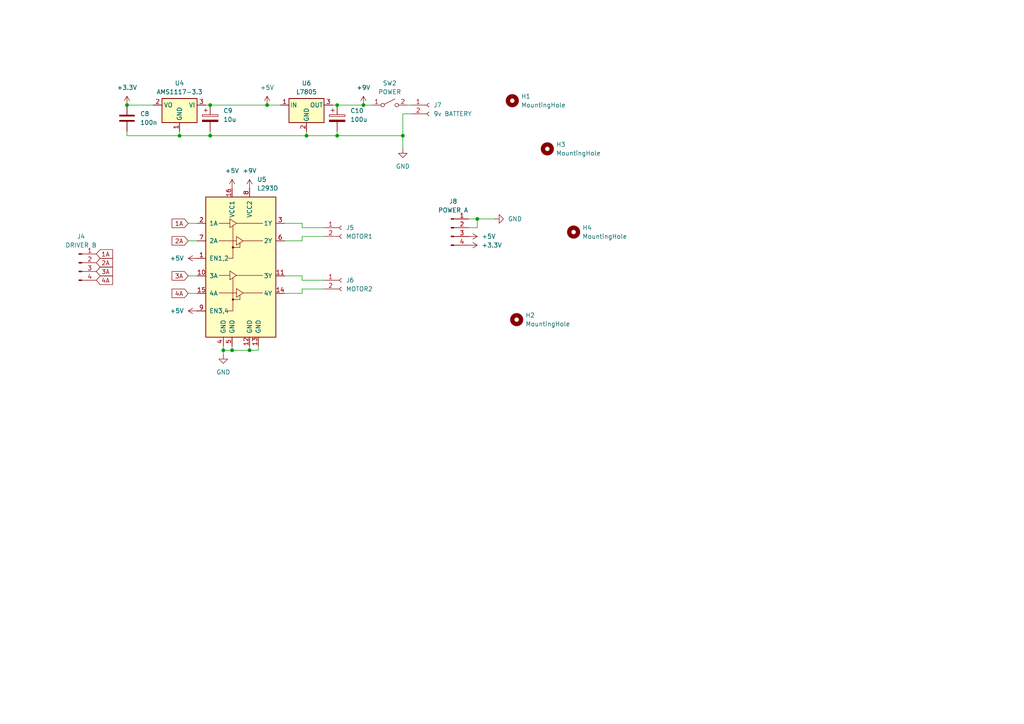
<source format=kicad_sch>
(kicad_sch (version 20231120) (generator "eeschema") (generator_version "8.0")
  (paper "A4")
  (lib_symbols
    (symbol "Connector:Conn_01x02_Socket" (pin_names (offset 1.016) hide)
      (property "Reference" "J" (at 0 2.54 0))
      (property "Value" "Conn_01x02_Socket" (at 0 -5.08 0))
      (symbol "Conn_01x02_Socket_1_1"
        (arc (start 0 -2.032) (mid -0.5058 -2.54) (end 0 -3.048) (stroke (width 0.1524)))
        (polyline (pts (xy -1.27 -2.54) (xy -0.508 -2.54)) (stroke (width 0.1524)))
        (polyline (pts (xy -1.27 0) (xy -0.508 0)) (stroke (width 0.1524)))
        (arc (start 0 0.508) (mid -0.5058 0) (end 0 -0.508) (stroke (width 0.1524)))
        (pin passive line (at -5.08 0 0) (length 3.81) (name "Pin_1") (number "1"))
        (pin passive line (at -5.08 -2.54 0) (length 3.81) (name "Pin_2") (number "2"))
      )
    )
    (symbol "Connector:Conn_01x04_Pin" (pin_names (offset 1.016) hide)
      (property "Reference" "J" (at 0 5.08 0))
      (property "Value" "Conn_01x04_Pin" (at 0 -7.62 0))
      (symbol "Conn_01x04_Pin_1_1"
        (polyline (pts (xy 1.27 -5.08) (xy 0.8636 -5.08)) (stroke (width 0.1524)))
        (polyline (pts (xy 1.27 -2.54) (xy 0.8636 -2.54)) (stroke (width 0.1524)))
        (polyline (pts (xy 1.27 0) (xy 0.8636 0)) (stroke (width 0.1524)))
        (polyline (pts (xy 1.27 2.54) (xy 0.8636 2.54)) (stroke (width 0.1524)))
        (rectangle (start 0.8636 -4.953) (end 0 -5.207) (stroke (width 0.1524)) (fill (type outline)))
        (rectangle (start 0.8636 -2.413) (end 0 -2.667) (stroke (width 0.1524)) (fill (type outline)))
        (rectangle (start 0.8636 0.127) (end 0 -0.127) (stroke (width 0.1524)) (fill (type outline)))
        (rectangle (start 0.8636 2.667) (end 0 2.413) (stroke (width 0.1524)) (fill (type outline)))
        (pin passive line (at 5.08 2.54 180) (length 3.81) (name "Pin_1") (number "1"))
        (pin passive line (at 5.08 0 180) (length 3.81) (name "Pin_2") (number "2"))
        (pin passive line (at 5.08 -2.54 180) (length 3.81) (name "Pin_3") (number "3"))
        (pin passive line (at 5.08 -5.08 180) (length 3.81) (name "Pin_4") (number "4"))
      )
    )
    (symbol "Device:C" (pin_numbers hide) (pin_names (offset 0.254))
      (property "Reference" "C" (at 0.635 2.54 0))
      (property "Value" "C" (at 0.635 -2.54 0))
      (symbol "C_0_1"
        (polyline (pts (xy -2.032 -0.762) (xy 2.032 -0.762)) (stroke (width 0.508)))
        (polyline (pts (xy -2.032 0.762) (xy 2.032 0.762)) (stroke (width 0.508)))
      )
      (symbol "C_1_1"
        (pin passive line (at 0 3.81 270) (length 2.794) (name "~") (number "1"))
        (pin passive line (at 0 -3.81 90) (length 2.794) (name "~") (number "2"))
      )
    )
    (symbol "Device:C_Polarized" (pin_numbers hide) (pin_names (offset 0.254))
      (property "Reference" "C" (at 0.635 2.54 0))
      (property "Value" "C_Polarized" (at 0.635 -2.54 0))
      (symbol "C_Polarized_0_1"
        (rectangle (start -2.286 0.508) (end 2.286 1.016))
        (polyline (pts (xy -1.778 2.286) (xy -0.762 2.286)))
        (polyline (pts (xy -1.27 2.794) (xy -1.27 1.778)))
        (rectangle (start 2.286 -0.508) (end -2.286 -1.016) (fill (type outline)))
      )
      (symbol "C_Polarized_1_1"
        (pin passive line (at 0 3.81 270) (length 2.794) (name "~") (number "1"))
        (pin passive line (at 0 -3.81 90) (length 2.794) (name "~") (number "2"))
      )
    )
    (symbol "Driver_Motor:L293D" (pin_names (offset 1.016))
      (property "Reference" "U" (at -5.08 26.035 0))
      (property "Value" "L293D" (at -5.08 24.13 0))
      (symbol "L293D_0_1"
        (rectangle (start -10.16 22.86) (end 10.16 -17.78) (stroke (width 0.254)) (fill (type background)))
        (circle (center -2.286 -6.858) (radius 0.254) (fill (type outline)))
        (circle (center -2.286 8.255) (radius 0.254) (fill (type outline)))
        (polyline (pts (xy -6.35 -4.953) (xy -1.27 -4.953)))
        (polyline (pts (xy -6.35 0.127) (xy -3.175 0.127)))
        (polyline (pts (xy -6.35 10.16) (xy -1.27 10.16)))
        (polyline (pts (xy -6.35 15.24) (xy -3.175 15.24)))
        (polyline (pts (xy -1.27 0.127) (xy 6.35 0.127)))
        (polyline (pts (xy -1.27 15.24) (xy 6.35 15.24)))
        (polyline (pts (xy 0.635 -4.953) (xy 6.35 -4.953)))
        (polyline (pts (xy 0.635 10.16) (xy 6.35 10.16)))
        (polyline (pts (xy -2.286 -6.858) (xy -0.254 -6.858) (xy -0.254 -5.588)))
        (polyline (pts (xy -2.286 -0.635) (xy -2.286 -10.16) (xy -3.556 -10.16)))
        (polyline (pts (xy -2.286 8.255) (xy -0.254 8.255) (xy -0.254 9.525)))
        (polyline (pts (xy -2.286 14.478) (xy -2.286 5.08) (xy -3.556 5.08)))
        (polyline (pts (xy -3.175 1.397) (xy -3.175 -1.143) (xy -1.27 0.127) (xy -3.175 1.397)))
        (polyline (pts (xy -3.175 16.51) (xy -3.175 13.97) (xy -1.27 15.24) (xy -3.175 16.51)))
        (polyline (pts (xy -1.27 -3.683) (xy -1.27 -6.223) (xy 0.635 -4.953) (xy -1.27 -3.683)))
        (polyline (pts (xy -1.27 11.43) (xy -1.27 8.89) (xy 0.635 10.16) (xy -1.27 11.43)))
      )
      (symbol "L293D_1_1"
        (pin input line (at -12.7 5.08 0) (length 2.54) (name "EN1,2") (number "1"))
        (pin input line (at -12.7 0 0) (length 2.54) (name "3A") (number "10"))
        (pin output line (at 12.7 0 180) (length 2.54) (name "3Y") (number "11"))
        (pin power_in line (at 2.54 -20.32 90) (length 2.54) (name "GND") (number "12"))
        (pin power_in line (at 5.08 -20.32 90) (length 2.54) (name "GND") (number "13"))
        (pin output line (at 12.7 -5.08 180) (length 2.54) (name "4Y") (number "14"))
        (pin input line (at -12.7 -5.08 0) (length 2.54) (name "4A") (number "15"))
        (pin power_in line (at -2.54 25.4 270) (length 2.54) (name "VCC1") (number "16"))
        (pin input line (at -12.7 15.24 0) (length 2.54) (name "1A") (number "2"))
        (pin output line (at 12.7 15.24 180) (length 2.54) (name "1Y") (number "3"))
        (pin power_in line (at -5.08 -20.32 90) (length 2.54) (name "GND") (number "4"))
        (pin power_in line (at -2.54 -20.32 90) (length 2.54) (name "GND") (number "5"))
        (pin output line (at 12.7 10.16 180) (length 2.54) (name "2Y") (number "6"))
        (pin input line (at -12.7 10.16 0) (length 2.54) (name "2A") (number "7"))
        (pin power_in line (at 2.54 25.4 270) (length 2.54) (name "VCC2") (number "8"))
        (pin input line (at -12.7 -10.16 0) (length 2.54) (name "EN3,4") (number "9"))
      )
    )
    (symbol "Mechanical:MountingHole" (pin_names (offset 1.016))
      (property "Reference" "H" (at 0 5.08 0))
      (property "Value" "MountingHole" (at 0 3.175 0))
      (symbol "MountingHole_0_1"
        (circle (center 0 0) (radius 1.27) (stroke (width 1.27)))
      )
    )
    (symbol "Regulator_Linear:AMS1117-3.3"
      (property "Reference" "U" (at -3.81 3.175 0))
      (property "Value" "AMS1117-3.3" (at 0 3.175 0))
      (symbol "AMS1117-3.3_0_1"
        (rectangle (start -5.08 -5.08) (end 5.08 1.905) (stroke (width 0.254)) (fill (type background)))
      )
      (symbol "AMS1117-3.3_1_1"
        (pin power_in line (at 0 -7.62 90) (length 2.54) (name "GND") (number "1"))
        (pin power_out line (at 7.62 0 180) (length 2.54) (name "VO") (number "2"))
        (pin power_in line (at -7.62 0 0) (length 2.54) (name "VI") (number "3"))
      )
    )
    (symbol "Regulator_Linear:L7805" (pin_names (offset 0.254))
      (property "Reference" "U" (at -3.81 3.175 0))
      (property "Value" "L7805" (at 0 3.175 0))
      (symbol "L7805_0_1"
        (rectangle (start -5.08 1.905) (end 5.08 -5.08) (stroke (width 0.254)) (fill (type background)))
      )
      (symbol "L7805_1_1"
        (pin power_in line (at -7.62 0 0) (length 2.54) (name "IN") (number "1"))
        (pin power_in line (at 0 -7.62 90) (length 2.54) (name "GND") (number "2"))
        (pin power_out line (at 7.62 0 180) (length 2.54) (name "OUT") (number "3"))
      )
    )
    (symbol "Switch:SW_SPST" (pin_names (offset 0) hide)
      (property "Reference" "SW" (at 0 3.175 0))
      (property "Value" "SW_SPST" (at 0 -2.54 0))
      (symbol "SW_SPST_0_0"
        (circle (center -2.032 0) (radius 0.508))
        (polyline (pts (xy -1.524 0.254) (xy 1.524 1.778)))
        (circle (center 2.032 0) (radius 0.508))
      )
      (symbol "SW_SPST_1_1"
        (pin passive line (at -5.08 0 0) (length 2.54) (name "A") (number "1"))
        (pin passive line (at 5.08 0 180) (length 2.54) (name "B") (number "2"))
      )
    )
    (symbol "power:+3.3V" (power) (pin_numbers hide) (pin_names (offset 0) hide)
      (property "Value" "+3.3V" (at 0 3.556 0))
      (symbol "+3.3V_0_1"
        (polyline (pts (xy -0.762 1.27) (xy 0 2.54)))
        (polyline (pts (xy 0 0) (xy 0 2.54)))
        (polyline (pts (xy 0 2.54) (xy 0.762 1.27)))
      )
      (symbol "+3.3V_1_1"
        (pin power_in line (at 0 0 90) (length 0) (name "~") (number "1"))
      )
    )
    (symbol "power:+5V" (power) (pin_numbers hide) (pin_names (offset 0) hide)
      (property "Value" "+5V" (at 0 3.556 0))
      (symbol "+5V_0_1"
        (polyline (pts (xy -0.762 1.27) (xy 0 2.54)))
        (polyline (pts (xy 0 0) (xy 0 2.54)))
        (polyline (pts (xy 0 2.54) (xy 0.762 1.27)))
      )
      (symbol "+5V_1_1"
        (pin power_in line (at 0 0 90) (length 0) (name "~") (number "1"))
      )
    )
    (symbol "power:+9V" (power) (pin_numbers hide) (pin_names (offset 0) hide)
      (property "Value" "+9V" (at 0 3.556 0))
      (symbol "+9V_0_1"
        (polyline (pts (xy -0.762 1.27) (xy 0 2.54)))
        (polyline (pts (xy 0 0) (xy 0 2.54)))
        (polyline (pts (xy 0 2.54) (xy 0.762 1.27)))
      )
      (symbol "+9V_1_1"
        (pin power_in line (at 0 0 90) (length 0) (name "~") (number "1"))
      )
    )
    (symbol "power:GND" (power) (pin_numbers hide) (pin_names (offset 0) hide)
      (property "Value" "GND" (at 0 -3.81 0))
      (symbol "GND_0_1"
        (polyline (pts (xy 0 0) (xy 0 -1.27) (xy 1.27 -1.27) (xy 0 -2.54) (xy -1.27 -1.27) (xy 0 -1.27)))
      )
      (symbol "GND_1_1"
        (pin power_in line (at 0 0 270) (length 0) (name "~") (number "1"))
      )
    )
  )
  (junction (at 67.31 101.6))
  (junction (at 60.96 39.37))
  (junction (at 77.47 30.48))
  (junction (at 105.41 30.48))
  (junction (at 97.79 39.37))
  (junction (at 52.07 39.37))
  (junction (at 64.77 101.6))
  (junction (at 60.96 30.48))
  (junction (at 116.84 39.37))
  (junction (at 72.39 101.6))
  (junction (at 88.9 39.37))
  (junction (at 36.83 30.48))
  (junction (at 97.79 30.48))
  (junction (at 138.43 63.5))
  (wire (pts (xy 77.47 30.48) (xy 81.28 30.48)))
  (wire (pts (xy 64.77 100.33) (xy 64.77 101.6)))
  (wire (pts (xy 87.63 68.58) (xy 93.98 68.58)))
  (wire (pts (xy 54.61 69.85) (xy 57.15 69.85)))
  (wire (pts (xy 54.61 80.01) (xy 57.15 80.01)))
  (wire (pts (xy 116.84 33.02) (xy 116.84 39.37)))
  (wire (pts (xy 87.63 85.09) (xy 87.63 83.82)))
  (wire (pts (xy 82.55 69.85) (xy 87.63 69.85)))
  (wire (pts (xy 87.63 80.01) (xy 87.63 81.28)))
  (wire (pts (xy 138.43 66.04) (xy 138.43 63.5)))
  (wire (pts (xy 87.63 83.82) (xy 93.98 83.82)))
  (wire (pts (xy 54.61 64.77) (xy 57.15 64.77)))
  (wire (pts (xy 96.52 30.48) (xy 97.79 30.48)))
  (wire (pts (xy 97.79 39.37) (xy 116.84 39.37)))
  (wire (pts (xy 36.83 38.1) (xy 36.83 39.37)))
  (wire (pts (xy 135.89 63.5) (xy 138.43 63.5)))
  (wire (pts (xy 60.96 38.1) (xy 60.96 39.37)))
  (wire (pts (xy 97.79 38.1) (xy 97.79 39.37)))
  (wire (pts (xy 116.84 39.37) (xy 116.84 43.18)))
  (wire (pts (xy 72.39 100.33) (xy 72.39 101.6)))
  (wire (pts (xy 87.63 64.77) (xy 87.63 66.04)))
  (wire (pts (xy 88.9 38.1) (xy 88.9 39.37)))
  (wire (pts (xy 138.43 63.5) (xy 143.51 63.5)))
  (wire (pts (xy 119.38 33.02) (xy 116.84 33.02)))
  (wire (pts (xy 82.55 64.77) (xy 87.63 64.77)))
  (wire (pts (xy 88.9 39.37) (xy 97.79 39.37)))
  (wire (pts (xy 36.83 30.48) (xy 44.45 30.48)))
  (wire (pts (xy 74.93 101.6) (xy 72.39 101.6)))
  (wire (pts (xy 135.89 66.04) (xy 138.43 66.04)))
  (wire (pts (xy 105.41 30.48) (xy 107.95 30.48)))
  (wire (pts (xy 67.31 101.6) (xy 64.77 101.6)))
  (wire (pts (xy 87.63 69.85) (xy 87.63 68.58)))
  (wire (pts (xy 52.07 39.37) (xy 52.07 38.1)))
  (wire (pts (xy 74.93 100.33) (xy 74.93 101.6)))
  (wire (pts (xy 72.39 101.6) (xy 67.31 101.6)))
  (wire (pts (xy 82.55 80.01) (xy 87.63 80.01)))
  (wire (pts (xy 67.31 100.33) (xy 67.31 101.6)))
  (wire (pts (xy 64.77 101.6) (xy 64.77 102.87)))
  (wire (pts (xy 97.79 30.48) (xy 105.41 30.48)))
  (wire (pts (xy 52.07 39.37) (xy 60.96 39.37)))
  (wire (pts (xy 36.83 39.37) (xy 52.07 39.37)))
  (wire (pts (xy 87.63 66.04) (xy 93.98 66.04)))
  (wire (pts (xy 54.61 85.09) (xy 57.15 85.09)))
  (wire (pts (xy 59.69 30.48) (xy 60.96 30.48)))
  (wire (pts (xy 82.55 85.09) (xy 87.63 85.09)))
  (wire (pts (xy 87.63 81.28) (xy 93.98 81.28)))
  (wire (pts (xy 60.96 30.48) (xy 77.47 30.48)))
  (wire (pts (xy 118.11 30.48) (xy 119.38 30.48)))
  (wire (pts (xy 60.96 39.37) (xy 88.9 39.37)))
  (global_label "2A" (shape input) (at 27.94 76.2 0) (property "Intersheetrefs" "${INTERSHEET_REFS}" (effects (hide yes))))
  (global_label "3A" (shape input) (at 54.61 80.01 180) (property "Intersheetrefs" "${INTERSHEET_REFS}" (effects (hide yes))))
  (global_label "3A" (shape input) (at 27.94 78.74 0) (property "Intersheetrefs" "${INTERSHEET_REFS}" (effects (hide yes))))
  (global_label "2A" (shape input) (at 54.61 69.85 180) (property "Intersheetrefs" "${INTERSHEET_REFS}" (effects (hide yes))))
  (global_label "4A" (shape input) (at 27.94 81.28 0) (property "Intersheetrefs" "${INTERSHEET_REFS}" (effects (hide yes))))
  (global_label "4A" (shape input) (at 54.61 85.09 180) (property "Intersheetrefs" "${INTERSHEET_REFS}" (effects (hide yes))))
  (global_label "1A" (shape input) (at 27.94 73.66 0) (property "Intersheetrefs" "${INTERSHEET_REFS}" (effects (hide yes))))
  (global_label "1A" (shape input) (at 54.61 64.77 180) (property "Intersheetrefs" "${INTERSHEET_REFS}" (effects (hide yes))))
  (symbol (lib_id "power:+5V") (at 77.47 30.48 0) (unit 1)
    (property "Reference" "#PWR029" (effects (hide yes)))
    (property "Value" "+5V" (at 77.47 25.4 0))
    (property "Description" "Power symbol creates a global label with name \"+5V\"" (effects (hide yes)))
  )
  (symbol (lib_id "Mechanical:MountingHole") (at 148.59 29.21 0) (unit 1)
    (property "Reference" "H1" (at 151.13 27.9399 0) (effects (justify left)))
    (property "Value" "MountingHole" (at 151.13 30.4799 0) (effects (justify left)))
    (property "Footprint" "MountingHole:MountingHole_3.2mm_M3" (effects (hide yes)))
    (property "Description" "Mounting Hole without connection" (effects (hide yes)))
  )
  (symbol (lib_id "Regulator_Linear:AMS1117-3.3") (at 52.07 30.48 0) (mirror y) (unit 1)
    (property "Reference" "U4" (at 52.07 24.13 0))
    (property "Value" "AMS1117-3.3" (at 52.07 26.67 0))
    (property "Footprint" "Package_TO_SOT_SMD:SOT-223-3_TabPin2" (effects (hide yes)))
    (property "Datasheet" "http://www.advanced-monolithic.com/pdf/ds1117.pdf" (effects (hide yes)))
    (property "Description" "1A Low Dropout regulator, positive, 3.3V fixed output, SOT-223" (effects (hide yes)))
  )
  (symbol (lib_id "Switch:SW_SPST") (at 113.03 30.48 0) (unit 1)
    (property "Reference" "SW2" (at 113.03 24.13 0))
    (property "Value" "POWER" (at 113.03 26.67 0))
    (property "Footprint" "Button_Switch_THT:SW_Slide-03_Wuerth-WS-SLTV_10x2.5x6.4_P2.54mm" (effects (hide yes)))
    (property "Description" "Single Pole Single Throw (SPST) switch" (effects (hide yes)))
  )
  (symbol (lib_id "Mechanical:MountingHole") (at 158.75 43.18 0) (unit 1)
    (property "Reference" "H3" (at 161.29 41.9099 0) (effects (justify left)))
    (property "Value" "MountingHole" (at 161.29 44.4499 0) (effects (justify left)))
    (property "Footprint" "MountingHole:MountingHole_3.2mm_M3" (effects (hide yes)))
    (property "Description" "Mounting Hole without connection" (effects (hide yes)))
  )
  (symbol (lib_id "power:+3.3V") (at 135.89 71.12 270) (unit 1)
    (property "Reference" "#PWR033" (effects (hide yes)))
    (property "Value" "+3.3V" (at 139.7 71.1199 90) (effects (justify left)))
    (property "Description" "Power symbol creates a global label with name \"+3.3V\"" (effects (hide yes)))
  )
  (symbol (lib_id "power:GND") (at 64.77 102.87 0) (unit 1)
    (property "Reference" "#PWR026" (effects (hide yes)))
    (property "Value" "GND" (at 64.77 107.95 0))
    (property "Description" "Power symbol creates a global label with name \"GND\" , ground" (effects (hide yes)))
  )
  (symbol (lib_id "power:GND") (at 143.51 63.5 90) (unit 1)
    (property "Reference" "#PWR034" (effects (hide yes)))
    (property "Value" "GND" (at 147.32 63.4999 90) (effects (justify right)))
    (property "Description" "Power symbol creates a global label with name \"GND\" , ground" (effects (hide yes)))
  )
  (symbol (lib_id "power:+5V") (at 135.89 68.58 270) (unit 1)
    (property "Reference" "#PWR032" (effects (hide yes)))
    (property "Value" "+5V" (at 139.7 68.5799 90) (effects (justify left)))
    (property "Description" "Power symbol creates a global label with name \"+5V\"" (effects (hide yes)))
  )
  (symbol (lib_id "power:+5V") (at 67.31 54.61 0) (unit 1)
    (property "Reference" "#PWR027" (effects (hide yes)))
    (property "Value" "+5V" (at 67.31 49.53 0))
    (property "Description" "Power symbol creates a global label with name \"+5V\"" (effects (hide yes)))
  )
  (symbol (lib_id "Connector:Conn_01x02_Socket") (at 99.06 66.04 0) (unit 1)
    (property "Reference" "J5" (at 100.33 66.0399 0) (effects (justify left)))
    (property "Value" "MOTOR1" (at 100.33 68.5799 0) (effects (justify left)))
    (property "Footprint" "Connector_PinHeader_2.54mm:PinHeader_1x02_P2.54mm_Vertical" (effects (hide yes)))
    (property "Description" "Generic connector, single row, 01x02, script generated" (effects (hide yes)))
  )
  (symbol (lib_id "Connector:Conn_01x02_Socket") (at 124.46 30.48 0) (unit 1)
    (property "Reference" "J7" (at 125.73 30.4799 0) (effects (justify left)))
    (property "Value" "9v BATTERY" (at 125.73 33.0199 0) (effects (justify left)))
    (property "Footprint" "Connector_PinHeader_2.54mm:PinHeader_1x02_P2.54mm_Vertical" (effects (hide yes)))
    (property "Description" "Generic connector, single row, 01x02, script generated" (effects (hide yes)))
  )
  (symbol (lib_id "power:+5V") (at 57.15 74.93 90) (unit 1)
    (property "Reference" "#PWR024" (effects (hide yes)))
    (property "Value" "+5V" (at 53.34 74.9299 90) (effects (justify left)))
    (property "Description" "Power symbol creates a global label with name \"+5V\"" (effects (hide yes)))
  )
  (symbol (lib_id "Connector:Conn_01x02_Socket") (at 99.06 81.28 0) (unit 1)
    (property "Reference" "J6" (at 100.33 81.2799 0) (effects (justify left)))
    (property "Value" "MOTOR2" (at 100.33 83.8199 0) (effects (justify left)))
    (property "Footprint" "Connector_PinHeader_2.54mm:PinHeader_1x02_P2.54mm_Vertical" (effects (hide yes)))
    (property "Description" "Generic connector, single row, 01x02, script generated" (effects (hide yes)))
  )
  (symbol (lib_id "Mechanical:MountingHole") (at 149.86 92.71 0) (unit 1)
    (property "Reference" "H2" (at 152.4 91.4399 0) (effects (justify left)))
    (property "Value" "MountingHole" (at 152.4 93.9799 0) (effects (justify left)))
    (property "Footprint" "MountingHole:MountingHole_3.2mm_M3" (effects (hide yes)))
    (property "Description" "Mounting Hole without connection" (effects (hide yes)))
  )
  (symbol (lib_id "Connector:Conn_01x04_Pin") (at 22.86 76.2 0) (unit 1)
    (property "Reference" "J4" (at 23.495 68.58 0))
    (property "Value" "DRIVER B" (at 23.495 71.12 0))
    (property "Footprint" "Connector_PinSocket_2.54mm:PinSocket_1x04_P2.54mm_Vertical" (effects (hide yes)))
    (property "Description" "Generic connector, single row, 01x04, script generated" (effects (hide yes)))
  )
  (symbol (lib_id "Driver_Motor:L293D") (at 69.85 80.01 0) (unit 1)
    (property "Reference" "U5" (at 74.5841 52.07 0) (effects (justify left)))
    (property "Value" "L293D" (at 74.5841 54.61 0) (effects (justify left)))
    (property "Footprint" "Package_DIP:DIP-16_W7.62mm" (effects (hide yes)))
    (property "Datasheet" "http://www.ti.com/lit/ds/symlink/l293.pdf" (effects (hide yes)))
    (property "Description" "Quadruple Half-H Drivers" (effects (hide yes)))
  )
  (symbol (lib_id "power:+9V") (at 105.41 30.48 0) (unit 1)
    (property "Reference" "#PWR030" (effects (hide yes)))
    (property "Value" "+9V" (at 105.41 25.4 0))
    (property "Description" "Power symbol creates a global label with name \"+9V\"" (effects (hide yes)))
  )
  (symbol (lib_id "Device:C") (at 36.83 34.29 0) (unit 1)
    (property "Reference" "C8" (at 40.64 33.0199 0) (effects (justify left)))
    (property "Value" "100n" (at 40.64 35.5599 0) (effects (justify left)))
    (property "Footprint" "Capacitor_SMD:C_0805_2012Metric_Pad1.18x1.45mm_HandSolder" (effects (hide yes)))
    (property "Description" "Unpolarized capacitor" (effects (hide yes)))
  )
  (symbol (lib_id "Device:C_Polarized") (at 60.96 34.29 0) (unit 1)
    (property "Reference" "C9" (at 64.77 32.1309 0) (effects (justify left)))
    (property "Value" "10u" (at 64.77 34.6709 0) (effects (justify left)))
    (property "Footprint" "Capacitor_THT:CP_Radial_D5.0mm_P2.50mm" (effects (hide yes)))
    (property "Description" "Polarized capacitor" (effects (hide yes)))
  )
  (symbol (lib_id "Regulator_Linear:L7805") (at 88.9 30.48 0) (unit 1)
    (property "Reference" "U6" (at 88.9 24.13 0))
    (property "Value" "L7805" (at 88.9 26.67 0))
    (property "Footprint" "Package_TO_SOT_SMD:TO-263-2" (effects (hide yes)))
    (property "Datasheet" "http://www.st.com/content/ccc/resource/technical/document/datasheet/41/4f/b3/b0/12/d4/47/88/CD00000444.pdf/files/CD00000444.pdf/jcr:content/translations/en.CD00000444.pdf" (effects (hide yes)))
    (property "Description" "Positive 1.5A 35V Linear Regulator, Fixed Output 5V, TO-220/TO-263/TO-252" (effects (hide yes)))
  )
  (symbol (lib_id "power:+3.3V") (at 36.83 30.48 0) (unit 1)
    (property "Reference" "#PWR023" (effects (hide yes)))
    (property "Value" "+3.3V" (at 36.83 25.4 0))
    (property "Description" "Power symbol creates a global label with name \"+3.3V\"" (effects (hide yes)))
  )
  (symbol (lib_id "Device:C_Polarized") (at 97.79 34.29 0) (unit 1)
    (property "Reference" "C10" (at 101.6 32.1309 0) (effects (justify left)))
    (property "Value" "100u" (at 101.6 34.6709 0) (effects (justify left)))
    (property "Footprint" "Capacitor_THT:CP_Radial_D5.0mm_P2.50mm" (effects (hide yes)))
    (property "Description" "Polarized capacitor" (effects (hide yes)))
  )
  (symbol (lib_id "power:+5V") (at 57.15 90.17 90) (unit 1)
    (property "Reference" "#PWR025" (effects (hide yes)))
    (property "Value" "+5V" (at 53.34 90.1699 90) (effects (justify left)))
    (property "Description" "Power symbol creates a global label with name \"+5V\"" (effects (hide yes)))
  )
  (symbol (lib_id "power:+9V") (at 72.39 54.61 0) (unit 1)
    (property "Reference" "#PWR028" (effects (hide yes)))
    (property "Value" "+9V" (at 72.39 49.53 0))
    (property "Description" "Power symbol creates a global label with name \"+9V\"" (effects (hide yes)))
  )
  (symbol (lib_id "power:GND") (at 116.84 43.18 0) (unit 1)
    (property "Reference" "#PWR031" (effects (hide yes)))
    (property "Value" "GND" (at 116.84 48.26 0))
    (property "Description" "Power symbol creates a global label with name \"GND\" , ground" (effects (hide yes)))
  )
  (symbol (lib_id "Mechanical:MountingHole") (at 166.37 67.31 0) (unit 1)
    (property "Reference" "H4" (at 168.91 66.0399 0) (effects (justify left)))
    (property "Value" "MountingHole" (at 168.91 68.5799 0) (effects (justify left)))
    (property "Footprint" "MountingHole:MountingHole_3.2mm_M3" (effects (hide yes)))
    (property "Description" "Mounting Hole without connection" (effects (hide yes)))
  )
  (symbol (lib_id "Connector:Conn_01x04_Pin") (at 130.81 66.04 0) (unit 1)
    (property "Reference" "J8" (at 131.445 58.42 0))
    (property "Value" "POWER A" (at 131.445 60.96 0))
    (property "Footprint" "Connector_PinSocket_2.54mm:PinSocket_1x04_P2.54mm_Vertical" (effects (hide yes)))
    (property "Description" "Generic connector, single row, 01x04, script generated" (effects (hide yes)))
  )
)
</source>
